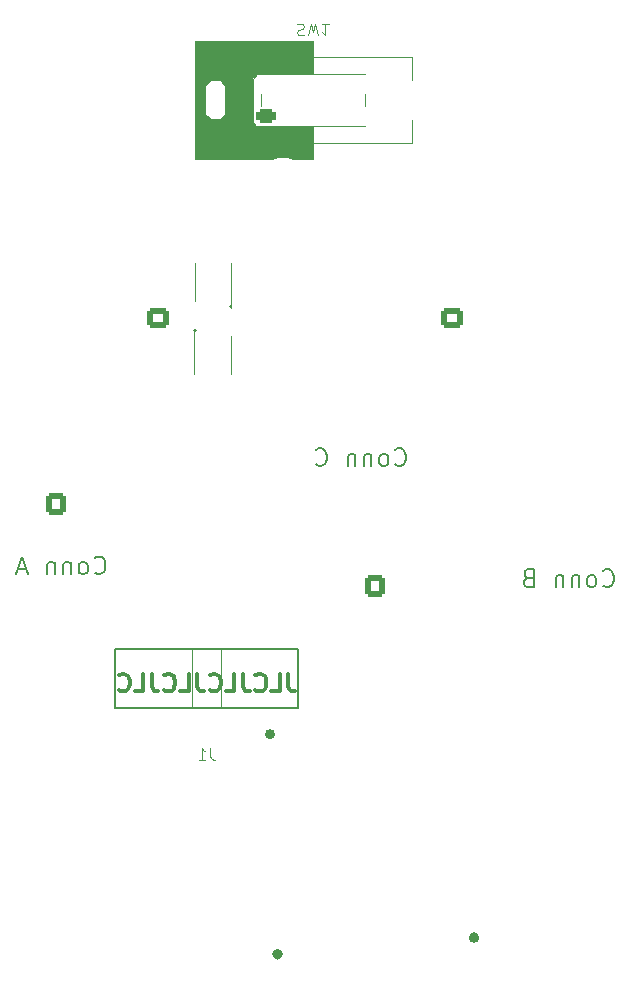
<source format=gbr>
%TF.GenerationSoftware,KiCad,Pcbnew,7.0.11*%
%TF.CreationDate,2025-06-25T00:44:36+09:00*%
%TF.ProjectId,1stLayer_Power,3173744c-6179-4657-925f-506f7765722e,rev?*%
%TF.SameCoordinates,Original*%
%TF.FileFunction,Legend,Bot*%
%TF.FilePolarity,Positive*%
%FSLAX46Y46*%
G04 Gerber Fmt 4.6, Leading zero omitted, Abs format (unit mm)*
G04 Created by KiCad (PCBNEW 7.0.11) date 2025-06-25 00:44:36*
%MOMM*%
%LPD*%
G01*
G04 APERTURE LIST*
G04 Aperture macros list*
%AMRoundRect*
0 Rectangle with rounded corners*
0 $1 Rounding radius*
0 $2 $3 $4 $5 $6 $7 $8 $9 X,Y pos of 4 corners*
0 Add a 4 corners polygon primitive as box body*
4,1,4,$2,$3,$4,$5,$6,$7,$8,$9,$2,$3,0*
0 Add four circle primitives for the rounded corners*
1,1,$1+$1,$2,$3*
1,1,$1+$1,$4,$5*
1,1,$1+$1,$6,$7*
1,1,$1+$1,$8,$9*
0 Add four rect primitives between the rounded corners*
20,1,$1+$1,$2,$3,$4,$5,0*
20,1,$1+$1,$4,$5,$6,$7,0*
20,1,$1+$1,$6,$7,$8,$9,0*
20,1,$1+$1,$8,$9,$2,$3,0*%
%AMRotRect*
0 Rectangle, with rotation*
0 The origin of the aperture is its center*
0 $1 length*
0 $2 width*
0 $3 Rotation angle, in degrees counterclockwise*
0 Add horizontal line*
21,1,$1,$2,0,0,$3*%
G04 Aperture macros list end*
%ADD10C,0.180000*%
%ADD11C,0.300000*%
%ADD12C,0.120000*%
%ADD13C,0.508000*%
%ADD14C,0.100000*%
%ADD15C,0.160000*%
%ADD16C,0.152400*%
%ADD17C,0.454000*%
%ADD18C,1.000000*%
%ADD19O,1.850000X1.700000*%
%ADD20RoundRect,0.250000X-0.675000X0.600000X-0.675000X-0.600000X0.675000X-0.600000X0.675000X0.600000X0*%
%ADD21O,1.700000X1.850000*%
%ADD22RoundRect,0.250000X0.600000X0.675000X-0.600000X0.675000X-0.600000X-0.675000X0.600000X-0.675000X0*%
%ADD23RotRect,1.000000X1.000000X352.500000*%
%ADD24R,3.800000X3.800000*%
%ADD25C,3.800000*%
%ADD26R,1.000000X1.000000*%
%ADD27C,2.000000*%
%ADD28O,1.000000X1.000000*%
%ADD29C,2.780000*%
%ADD30RotRect,1.000000X1.000000X7.500000*%
%ADD31C,0.800000*%
%ADD32C,6.400000*%
%ADD33RoundRect,0.250000X-0.600000X-0.675000X0.600000X-0.675000X0.600000X0.675000X-0.600000X0.675000X0*%
%ADD34RoundRect,0.300000X-0.550000X0.300000X-0.550000X-0.300000X0.550000X-0.300000X0.550000X0.300000X0*%
%ADD35O,1.700000X1.200000*%
%ADD36O,1.200000X2.800000*%
%ADD37R,0.400000X0.900000*%
%ADD38R,0.375000X0.900000*%
%ADD39R,0.400000X0.700000*%
%ADD40R,2.650000X2.200000*%
%ADD41R,0.375000X0.700000*%
G04 APERTURE END LIST*
D10*
X135737293Y-90374211D02*
X135808721Y-90445640D01*
X135808721Y-90445640D02*
X136023007Y-90517068D01*
X136023007Y-90517068D02*
X136165864Y-90517068D01*
X136165864Y-90517068D02*
X136380150Y-90445640D01*
X136380150Y-90445640D02*
X136523007Y-90302782D01*
X136523007Y-90302782D02*
X136594436Y-90159925D01*
X136594436Y-90159925D02*
X136665864Y-89874211D01*
X136665864Y-89874211D02*
X136665864Y-89659925D01*
X136665864Y-89659925D02*
X136594436Y-89374211D01*
X136594436Y-89374211D02*
X136523007Y-89231354D01*
X136523007Y-89231354D02*
X136380150Y-89088497D01*
X136380150Y-89088497D02*
X136165864Y-89017068D01*
X136165864Y-89017068D02*
X136023007Y-89017068D01*
X136023007Y-89017068D02*
X135808721Y-89088497D01*
X135808721Y-89088497D02*
X135737293Y-89159925D01*
X134880150Y-90517068D02*
X135023007Y-90445640D01*
X135023007Y-90445640D02*
X135094436Y-90374211D01*
X135094436Y-90374211D02*
X135165864Y-90231354D01*
X135165864Y-90231354D02*
X135165864Y-89802782D01*
X135165864Y-89802782D02*
X135094436Y-89659925D01*
X135094436Y-89659925D02*
X135023007Y-89588497D01*
X135023007Y-89588497D02*
X134880150Y-89517068D01*
X134880150Y-89517068D02*
X134665864Y-89517068D01*
X134665864Y-89517068D02*
X134523007Y-89588497D01*
X134523007Y-89588497D02*
X134451579Y-89659925D01*
X134451579Y-89659925D02*
X134380150Y-89802782D01*
X134380150Y-89802782D02*
X134380150Y-90231354D01*
X134380150Y-90231354D02*
X134451579Y-90374211D01*
X134451579Y-90374211D02*
X134523007Y-90445640D01*
X134523007Y-90445640D02*
X134665864Y-90517068D01*
X134665864Y-90517068D02*
X134880150Y-90517068D01*
X133737293Y-89517068D02*
X133737293Y-90517068D01*
X133737293Y-89659925D02*
X133665864Y-89588497D01*
X133665864Y-89588497D02*
X133523007Y-89517068D01*
X133523007Y-89517068D02*
X133308721Y-89517068D01*
X133308721Y-89517068D02*
X133165864Y-89588497D01*
X133165864Y-89588497D02*
X133094436Y-89731354D01*
X133094436Y-89731354D02*
X133094436Y-90517068D01*
X132380150Y-89517068D02*
X132380150Y-90517068D01*
X132380150Y-89659925D02*
X132308721Y-89588497D01*
X132308721Y-89588497D02*
X132165864Y-89517068D01*
X132165864Y-89517068D02*
X131951578Y-89517068D01*
X131951578Y-89517068D02*
X131808721Y-89588497D01*
X131808721Y-89588497D02*
X131737293Y-89731354D01*
X131737293Y-89731354D02*
X131737293Y-90517068D01*
X129023007Y-90374211D02*
X129094435Y-90445640D01*
X129094435Y-90445640D02*
X129308721Y-90517068D01*
X129308721Y-90517068D02*
X129451578Y-90517068D01*
X129451578Y-90517068D02*
X129665864Y-90445640D01*
X129665864Y-90445640D02*
X129808721Y-90302782D01*
X129808721Y-90302782D02*
X129880150Y-90159925D01*
X129880150Y-90159925D02*
X129951578Y-89874211D01*
X129951578Y-89874211D02*
X129951578Y-89659925D01*
X129951578Y-89659925D02*
X129880150Y-89374211D01*
X129880150Y-89374211D02*
X129808721Y-89231354D01*
X129808721Y-89231354D02*
X129665864Y-89088497D01*
X129665864Y-89088497D02*
X129451578Y-89017068D01*
X129451578Y-89017068D02*
X129308721Y-89017068D01*
X129308721Y-89017068D02*
X129094435Y-89088497D01*
X129094435Y-89088497D02*
X129023007Y-89159925D01*
X153337293Y-100624211D02*
X153408721Y-100695640D01*
X153408721Y-100695640D02*
X153623007Y-100767068D01*
X153623007Y-100767068D02*
X153765864Y-100767068D01*
X153765864Y-100767068D02*
X153980150Y-100695640D01*
X153980150Y-100695640D02*
X154123007Y-100552782D01*
X154123007Y-100552782D02*
X154194436Y-100409925D01*
X154194436Y-100409925D02*
X154265864Y-100124211D01*
X154265864Y-100124211D02*
X154265864Y-99909925D01*
X154265864Y-99909925D02*
X154194436Y-99624211D01*
X154194436Y-99624211D02*
X154123007Y-99481354D01*
X154123007Y-99481354D02*
X153980150Y-99338497D01*
X153980150Y-99338497D02*
X153765864Y-99267068D01*
X153765864Y-99267068D02*
X153623007Y-99267068D01*
X153623007Y-99267068D02*
X153408721Y-99338497D01*
X153408721Y-99338497D02*
X153337293Y-99409925D01*
X152480150Y-100767068D02*
X152623007Y-100695640D01*
X152623007Y-100695640D02*
X152694436Y-100624211D01*
X152694436Y-100624211D02*
X152765864Y-100481354D01*
X152765864Y-100481354D02*
X152765864Y-100052782D01*
X152765864Y-100052782D02*
X152694436Y-99909925D01*
X152694436Y-99909925D02*
X152623007Y-99838497D01*
X152623007Y-99838497D02*
X152480150Y-99767068D01*
X152480150Y-99767068D02*
X152265864Y-99767068D01*
X152265864Y-99767068D02*
X152123007Y-99838497D01*
X152123007Y-99838497D02*
X152051579Y-99909925D01*
X152051579Y-99909925D02*
X151980150Y-100052782D01*
X151980150Y-100052782D02*
X151980150Y-100481354D01*
X151980150Y-100481354D02*
X152051579Y-100624211D01*
X152051579Y-100624211D02*
X152123007Y-100695640D01*
X152123007Y-100695640D02*
X152265864Y-100767068D01*
X152265864Y-100767068D02*
X152480150Y-100767068D01*
X151337293Y-99767068D02*
X151337293Y-100767068D01*
X151337293Y-99909925D02*
X151265864Y-99838497D01*
X151265864Y-99838497D02*
X151123007Y-99767068D01*
X151123007Y-99767068D02*
X150908721Y-99767068D01*
X150908721Y-99767068D02*
X150765864Y-99838497D01*
X150765864Y-99838497D02*
X150694436Y-99981354D01*
X150694436Y-99981354D02*
X150694436Y-100767068D01*
X149980150Y-99767068D02*
X149980150Y-100767068D01*
X149980150Y-99909925D02*
X149908721Y-99838497D01*
X149908721Y-99838497D02*
X149765864Y-99767068D01*
X149765864Y-99767068D02*
X149551578Y-99767068D01*
X149551578Y-99767068D02*
X149408721Y-99838497D01*
X149408721Y-99838497D02*
X149337293Y-99981354D01*
X149337293Y-99981354D02*
X149337293Y-100767068D01*
X146980150Y-99981354D02*
X146765864Y-100052782D01*
X146765864Y-100052782D02*
X146694435Y-100124211D01*
X146694435Y-100124211D02*
X146623007Y-100267068D01*
X146623007Y-100267068D02*
X146623007Y-100481354D01*
X146623007Y-100481354D02*
X146694435Y-100624211D01*
X146694435Y-100624211D02*
X146765864Y-100695640D01*
X146765864Y-100695640D02*
X146908721Y-100767068D01*
X146908721Y-100767068D02*
X147480150Y-100767068D01*
X147480150Y-100767068D02*
X147480150Y-99267068D01*
X147480150Y-99267068D02*
X146980150Y-99267068D01*
X146980150Y-99267068D02*
X146837293Y-99338497D01*
X146837293Y-99338497D02*
X146765864Y-99409925D01*
X146765864Y-99409925D02*
X146694435Y-99552782D01*
X146694435Y-99552782D02*
X146694435Y-99695640D01*
X146694435Y-99695640D02*
X146765864Y-99838497D01*
X146765864Y-99838497D02*
X146837293Y-99909925D01*
X146837293Y-99909925D02*
X146980150Y-99981354D01*
X146980150Y-99981354D02*
X147480150Y-99981354D01*
X110287293Y-99524211D02*
X110358721Y-99595640D01*
X110358721Y-99595640D02*
X110573007Y-99667068D01*
X110573007Y-99667068D02*
X110715864Y-99667068D01*
X110715864Y-99667068D02*
X110930150Y-99595640D01*
X110930150Y-99595640D02*
X111073007Y-99452782D01*
X111073007Y-99452782D02*
X111144436Y-99309925D01*
X111144436Y-99309925D02*
X111215864Y-99024211D01*
X111215864Y-99024211D02*
X111215864Y-98809925D01*
X111215864Y-98809925D02*
X111144436Y-98524211D01*
X111144436Y-98524211D02*
X111073007Y-98381354D01*
X111073007Y-98381354D02*
X110930150Y-98238497D01*
X110930150Y-98238497D02*
X110715864Y-98167068D01*
X110715864Y-98167068D02*
X110573007Y-98167068D01*
X110573007Y-98167068D02*
X110358721Y-98238497D01*
X110358721Y-98238497D02*
X110287293Y-98309925D01*
X109430150Y-99667068D02*
X109573007Y-99595640D01*
X109573007Y-99595640D02*
X109644436Y-99524211D01*
X109644436Y-99524211D02*
X109715864Y-99381354D01*
X109715864Y-99381354D02*
X109715864Y-98952782D01*
X109715864Y-98952782D02*
X109644436Y-98809925D01*
X109644436Y-98809925D02*
X109573007Y-98738497D01*
X109573007Y-98738497D02*
X109430150Y-98667068D01*
X109430150Y-98667068D02*
X109215864Y-98667068D01*
X109215864Y-98667068D02*
X109073007Y-98738497D01*
X109073007Y-98738497D02*
X109001579Y-98809925D01*
X109001579Y-98809925D02*
X108930150Y-98952782D01*
X108930150Y-98952782D02*
X108930150Y-99381354D01*
X108930150Y-99381354D02*
X109001579Y-99524211D01*
X109001579Y-99524211D02*
X109073007Y-99595640D01*
X109073007Y-99595640D02*
X109215864Y-99667068D01*
X109215864Y-99667068D02*
X109430150Y-99667068D01*
X108287293Y-98667068D02*
X108287293Y-99667068D01*
X108287293Y-98809925D02*
X108215864Y-98738497D01*
X108215864Y-98738497D02*
X108073007Y-98667068D01*
X108073007Y-98667068D02*
X107858721Y-98667068D01*
X107858721Y-98667068D02*
X107715864Y-98738497D01*
X107715864Y-98738497D02*
X107644436Y-98881354D01*
X107644436Y-98881354D02*
X107644436Y-99667068D01*
X106930150Y-98667068D02*
X106930150Y-99667068D01*
X106930150Y-98809925D02*
X106858721Y-98738497D01*
X106858721Y-98738497D02*
X106715864Y-98667068D01*
X106715864Y-98667068D02*
X106501578Y-98667068D01*
X106501578Y-98667068D02*
X106358721Y-98738497D01*
X106358721Y-98738497D02*
X106287293Y-98881354D01*
X106287293Y-98881354D02*
X106287293Y-99667068D01*
X104501578Y-99238497D02*
X103787293Y-99238497D01*
X104644435Y-99667068D02*
X104144435Y-98167068D01*
X104144435Y-98167068D02*
X103644435Y-99667068D01*
D11*
X126698571Y-108088328D02*
X126698571Y-109159757D01*
X126698571Y-109159757D02*
X126770000Y-109374042D01*
X126770000Y-109374042D02*
X126912857Y-109516900D01*
X126912857Y-109516900D02*
X127127143Y-109588328D01*
X127127143Y-109588328D02*
X127270000Y-109588328D01*
X125270000Y-109588328D02*
X125984286Y-109588328D01*
X125984286Y-109588328D02*
X125984286Y-108088328D01*
X123912857Y-109445471D02*
X123984285Y-109516900D01*
X123984285Y-109516900D02*
X124198571Y-109588328D01*
X124198571Y-109588328D02*
X124341428Y-109588328D01*
X124341428Y-109588328D02*
X124555714Y-109516900D01*
X124555714Y-109516900D02*
X124698571Y-109374042D01*
X124698571Y-109374042D02*
X124770000Y-109231185D01*
X124770000Y-109231185D02*
X124841428Y-108945471D01*
X124841428Y-108945471D02*
X124841428Y-108731185D01*
X124841428Y-108731185D02*
X124770000Y-108445471D01*
X124770000Y-108445471D02*
X124698571Y-108302614D01*
X124698571Y-108302614D02*
X124555714Y-108159757D01*
X124555714Y-108159757D02*
X124341428Y-108088328D01*
X124341428Y-108088328D02*
X124198571Y-108088328D01*
X124198571Y-108088328D02*
X123984285Y-108159757D01*
X123984285Y-108159757D02*
X123912857Y-108231185D01*
X122841428Y-108088328D02*
X122841428Y-109159757D01*
X122841428Y-109159757D02*
X122912857Y-109374042D01*
X122912857Y-109374042D02*
X123055714Y-109516900D01*
X123055714Y-109516900D02*
X123270000Y-109588328D01*
X123270000Y-109588328D02*
X123412857Y-109588328D01*
X121412857Y-109588328D02*
X122127143Y-109588328D01*
X122127143Y-109588328D02*
X122127143Y-108088328D01*
X120055714Y-109445471D02*
X120127142Y-109516900D01*
X120127142Y-109516900D02*
X120341428Y-109588328D01*
X120341428Y-109588328D02*
X120484285Y-109588328D01*
X120484285Y-109588328D02*
X120698571Y-109516900D01*
X120698571Y-109516900D02*
X120841428Y-109374042D01*
X120841428Y-109374042D02*
X120912857Y-109231185D01*
X120912857Y-109231185D02*
X120984285Y-108945471D01*
X120984285Y-108945471D02*
X120984285Y-108731185D01*
X120984285Y-108731185D02*
X120912857Y-108445471D01*
X120912857Y-108445471D02*
X120841428Y-108302614D01*
X120841428Y-108302614D02*
X120698571Y-108159757D01*
X120698571Y-108159757D02*
X120484285Y-108088328D01*
X120484285Y-108088328D02*
X120341428Y-108088328D01*
X120341428Y-108088328D02*
X120127142Y-108159757D01*
X120127142Y-108159757D02*
X120055714Y-108231185D01*
X118984285Y-108088328D02*
X118984285Y-109159757D01*
X118984285Y-109159757D02*
X119055714Y-109374042D01*
X119055714Y-109374042D02*
X119198571Y-109516900D01*
X119198571Y-109516900D02*
X119412857Y-109588328D01*
X119412857Y-109588328D02*
X119555714Y-109588328D01*
X117555714Y-109588328D02*
X118270000Y-109588328D01*
X118270000Y-109588328D02*
X118270000Y-108088328D01*
X116198571Y-109445471D02*
X116269999Y-109516900D01*
X116269999Y-109516900D02*
X116484285Y-109588328D01*
X116484285Y-109588328D02*
X116627142Y-109588328D01*
X116627142Y-109588328D02*
X116841428Y-109516900D01*
X116841428Y-109516900D02*
X116984285Y-109374042D01*
X116984285Y-109374042D02*
X117055714Y-109231185D01*
X117055714Y-109231185D02*
X117127142Y-108945471D01*
X117127142Y-108945471D02*
X117127142Y-108731185D01*
X117127142Y-108731185D02*
X117055714Y-108445471D01*
X117055714Y-108445471D02*
X116984285Y-108302614D01*
X116984285Y-108302614D02*
X116841428Y-108159757D01*
X116841428Y-108159757D02*
X116627142Y-108088328D01*
X116627142Y-108088328D02*
X116484285Y-108088328D01*
X116484285Y-108088328D02*
X116269999Y-108159757D01*
X116269999Y-108159757D02*
X116198571Y-108231185D01*
X115127142Y-108088328D02*
X115127142Y-109159757D01*
X115127142Y-109159757D02*
X115198571Y-109374042D01*
X115198571Y-109374042D02*
X115341428Y-109516900D01*
X115341428Y-109516900D02*
X115555714Y-109588328D01*
X115555714Y-109588328D02*
X115698571Y-109588328D01*
X113698571Y-109588328D02*
X114412857Y-109588328D01*
X114412857Y-109588328D02*
X114412857Y-108088328D01*
X112341428Y-109445471D02*
X112412856Y-109516900D01*
X112412856Y-109516900D02*
X112627142Y-109588328D01*
X112627142Y-109588328D02*
X112769999Y-109588328D01*
X112769999Y-109588328D02*
X112984285Y-109516900D01*
X112984285Y-109516900D02*
X113127142Y-109374042D01*
X113127142Y-109374042D02*
X113198571Y-109231185D01*
X113198571Y-109231185D02*
X113269999Y-108945471D01*
X113269999Y-108945471D02*
X113269999Y-108731185D01*
X113269999Y-108731185D02*
X113198571Y-108445471D01*
X113198571Y-108445471D02*
X113127142Y-108302614D01*
X113127142Y-108302614D02*
X112984285Y-108159757D01*
X112984285Y-108159757D02*
X112769999Y-108088328D01*
X112769999Y-108088328D02*
X112627142Y-108088328D01*
X112627142Y-108088328D02*
X112412856Y-108159757D01*
X112412856Y-108159757D02*
X112341428Y-108231185D01*
D12*
X127436667Y-53101240D02*
X127579524Y-53053620D01*
X127579524Y-53053620D02*
X127817619Y-53053620D01*
X127817619Y-53053620D02*
X127912857Y-53101240D01*
X127912857Y-53101240D02*
X127960476Y-53148859D01*
X127960476Y-53148859D02*
X128008095Y-53244097D01*
X128008095Y-53244097D02*
X128008095Y-53339335D01*
X128008095Y-53339335D02*
X127960476Y-53434573D01*
X127960476Y-53434573D02*
X127912857Y-53482192D01*
X127912857Y-53482192D02*
X127817619Y-53529811D01*
X127817619Y-53529811D02*
X127627143Y-53577430D01*
X127627143Y-53577430D02*
X127531905Y-53625049D01*
X127531905Y-53625049D02*
X127484286Y-53672668D01*
X127484286Y-53672668D02*
X127436667Y-53767906D01*
X127436667Y-53767906D02*
X127436667Y-53863144D01*
X127436667Y-53863144D02*
X127484286Y-53958382D01*
X127484286Y-53958382D02*
X127531905Y-54006001D01*
X127531905Y-54006001D02*
X127627143Y-54053620D01*
X127627143Y-54053620D02*
X127865238Y-54053620D01*
X127865238Y-54053620D02*
X128008095Y-54006001D01*
X128341429Y-54053620D02*
X128579524Y-53053620D01*
X128579524Y-53053620D02*
X128770000Y-53767906D01*
X128770000Y-53767906D02*
X128960476Y-53053620D01*
X128960476Y-53053620D02*
X129198572Y-54053620D01*
X130103333Y-53053620D02*
X129531905Y-53053620D01*
X129817619Y-53053620D02*
X129817619Y-54053620D01*
X129817619Y-54053620D02*
X129722381Y-53910763D01*
X129722381Y-53910763D02*
X129627143Y-53815525D01*
X129627143Y-53815525D02*
X129531905Y-53767906D01*
X120103333Y-114366379D02*
X120103333Y-115080664D01*
X120103333Y-115080664D02*
X120150952Y-115223521D01*
X120150952Y-115223521D02*
X120246190Y-115318760D01*
X120246190Y-115318760D02*
X120389047Y-115366379D01*
X120389047Y-115366379D02*
X120484285Y-115366379D01*
X119103333Y-115366379D02*
X119674761Y-115366379D01*
X119389047Y-115366379D02*
X119389047Y-114366379D01*
X119389047Y-114366379D02*
X119484285Y-114509236D01*
X119484285Y-114509236D02*
X119579523Y-114604474D01*
X119579523Y-114604474D02*
X119674761Y-114652093D01*
D13*
%TO.C,J2*%
X125978762Y-131839679D02*
G75*
G03*
X125578762Y-131839679I-200000J0D01*
G01*
X125578762Y-131839679D02*
G75*
G03*
X125978762Y-131839679I200000J0D01*
G01*
%TO.C,J3*%
X142617289Y-130436784D02*
G75*
G03*
X142217289Y-130436784I-200000J0D01*
G01*
X142217289Y-130436784D02*
G75*
G03*
X142617289Y-130436784I200000J0D01*
G01*
D12*
%TO.C,SW1*%
X137170000Y-55860000D02*
X137170000Y-57810000D01*
X120370000Y-55860000D02*
X137170000Y-55860000D01*
X120370000Y-55860000D02*
X120370000Y-57810000D01*
D14*
X133170000Y-57310000D02*
X128770000Y-57310000D01*
X133170000Y-59010000D02*
X133170000Y-60010000D01*
X124370000Y-59010000D02*
X124370000Y-60010000D01*
X128770000Y-61710000D02*
X133170000Y-61710000D01*
D12*
X137170000Y-63160000D02*
X137170000Y-61210000D01*
X120370000Y-63160000D02*
X120370000Y-61210000D01*
X120370000Y-63160000D02*
X137170000Y-63160000D01*
D14*
X128770000Y-57310000D02*
X124070000Y-57310000D01*
X123670000Y-57710000D01*
X123670000Y-59510000D01*
X121370000Y-59510000D01*
X121370000Y-58310000D01*
X120920000Y-57860000D01*
X120120000Y-57860000D01*
X119670000Y-58310000D01*
X119670000Y-59510000D01*
X118770000Y-59510000D01*
X118770000Y-54510000D01*
X128770000Y-54510000D01*
X128770000Y-57310000D01*
G36*
X128770000Y-57310000D02*
G01*
X124070000Y-57310000D01*
X123670000Y-57710000D01*
X123670000Y-59510000D01*
X121370000Y-59510000D01*
X121370000Y-58310000D01*
X120920000Y-57860000D01*
X120120000Y-57860000D01*
X119670000Y-58310000D01*
X119670000Y-59510000D01*
X118770000Y-59510000D01*
X118770000Y-54510000D01*
X128770000Y-54510000D01*
X128770000Y-57310000D01*
G37*
X119670000Y-60710000D02*
X120120000Y-61160000D01*
X120920000Y-61160000D01*
X121370000Y-60710000D01*
X121370000Y-59510000D01*
X123670000Y-59510000D01*
X123670000Y-61410000D01*
X123970000Y-61710000D01*
X128770000Y-61710000D01*
X128770000Y-64510000D01*
X118770000Y-64510000D01*
X118770000Y-59510000D01*
X119670000Y-59510000D01*
X119670000Y-60710000D01*
G36*
X119670000Y-60710000D02*
G01*
X120120000Y-61160000D01*
X120920000Y-61160000D01*
X121370000Y-60710000D01*
X121370000Y-59510000D01*
X123670000Y-59510000D01*
X123670000Y-61410000D01*
X123970000Y-61710000D01*
X128770000Y-61710000D01*
X128770000Y-64510000D01*
X118770000Y-64510000D01*
X118770000Y-59510000D01*
X119670000Y-59510000D01*
X119670000Y-60710000D01*
G37*
%TO.C,Q4*%
X118746500Y-82680000D02*
X118746500Y-78910000D01*
X121846500Y-82680000D02*
X121846500Y-79486000D01*
D15*
X118876500Y-79010000D02*
G75*
G03*
X118716500Y-79010000I-80000J0D01*
G01*
X118716500Y-79010000D02*
G75*
G03*
X118876500Y-79010000I80000J0D01*
G01*
D14*
%TO.C,Q6*%
X121870000Y-73350000D02*
X121870000Y-77120000D01*
X118770000Y-73350000D02*
X118770000Y-76544000D01*
D15*
X121900000Y-77020000D02*
G75*
G03*
X121740000Y-77020000I-80000J0D01*
G01*
X121740000Y-77020000D02*
G75*
G03*
X121900000Y-77020000I80000J0D01*
G01*
D16*
%TO.C,J1*%
X127520000Y-111009999D02*
X112020000Y-111009999D01*
X112017000Y-111009200D02*
X112020000Y-106009999D01*
X112020000Y-106009999D02*
X127520000Y-106009999D01*
D12*
X118570000Y-106009999D02*
X118570000Y-111009999D01*
X120970000Y-106009999D02*
X120970000Y-111009999D01*
D16*
X127520000Y-106009999D02*
X127520000Y-111009200D01*
D17*
X125371000Y-113209999D02*
G75*
G03*
X124917000Y-113209999I-227000J0D01*
G01*
X124917000Y-113209999D02*
G75*
G03*
X125371000Y-113209999I227000J0D01*
G01*
%TD*%
%LPC*%
D18*
%TO.C,H12*%
X152270000Y-89610000D03*
%TD*%
%TO.C,H17*%
X144770000Y-90810000D03*
%TD*%
D19*
%TO.C,J5*%
X140570000Y-80460000D03*
D20*
X140570000Y-77960000D03*
%TD*%
D21*
%TO.C,J8*%
X104520000Y-93760000D03*
D22*
X107020000Y-93760000D03*
%TD*%
D23*
%TO.C,J2*%
X124228142Y-131635536D03*
D18*
X124062374Y-132894671D03*
X122969007Y-131469768D03*
X122803239Y-132728903D03*
X121709872Y-131303999D03*
X121544104Y-132563134D03*
X120450737Y-131138231D03*
X120284969Y-132397366D03*
X119191602Y-130972463D03*
X119025834Y-132231598D03*
X117932467Y-130806694D03*
X117766699Y-132065829D03*
X116673332Y-130640926D03*
X116507564Y-131900061D03*
%TD*%
%TO.C,H20*%
X100770000Y-89410000D03*
%TD*%
%TO.C,H10*%
X116770000Y-89410000D03*
%TD*%
%TO.C,H6*%
X108770000Y-89410000D03*
%TD*%
D20*
%TO.C,J6*%
X115670000Y-77960000D03*
D19*
X115670000Y-80460000D03*
%TD*%
D24*
%TO.C,J4*%
X131270000Y-66310000D03*
D25*
X126270000Y-66310000D03*
%TD*%
D18*
%TO.C,H16*%
X146270000Y-89610000D03*
%TD*%
%TO.C,H18*%
X143270000Y-89610000D03*
%TD*%
%TO.C,H4*%
X104770000Y-89410000D03*
%TD*%
D26*
%TO.C,H3*%
X102770000Y-89410000D03*
%TD*%
D18*
%TO.C,H22*%
X142270000Y-100010000D03*
%TD*%
%TO.C,H8*%
X112770000Y-89410000D03*
%TD*%
D27*
%TO.C,TP2*%
X137170000Y-73860000D03*
%TD*%
D18*
%TO.C,H7*%
X110770000Y-89410000D03*
%TD*%
D26*
%TO.C,H19*%
X98770000Y-89410000D03*
%TD*%
D18*
%TO.C,H14*%
X149270000Y-89610000D03*
%TD*%
D26*
%TO.C,J11*%
X148094920Y-109395000D03*
D28*
X148094920Y-110665000D03*
X148094920Y-111935000D03*
X148094920Y-113205000D03*
X148094920Y-114475000D03*
X148094920Y-115745000D03*
X148094920Y-117015000D03*
X148094920Y-118285000D03*
X148094920Y-119555000D03*
X148094920Y-120825000D03*
%TD*%
D18*
%TO.C,H15*%
X147770000Y-90810000D03*
%TD*%
%TO.C,H9*%
X114770000Y-89410000D03*
%TD*%
D26*
%TO.C,H21*%
X144270000Y-100010000D03*
%TD*%
D18*
%TO.C,H13*%
X150770000Y-90810000D03*
%TD*%
D29*
%TO.C,F2*%
X133730000Y-81260000D03*
X133730000Y-77860000D03*
X123810000Y-81260000D03*
X123810000Y-77860000D03*
%TD*%
D30*
%TO.C,J3*%
X140866669Y-130640927D03*
D18*
X141032437Y-131900062D03*
X139607534Y-130806695D03*
X139773302Y-132065830D03*
X138348399Y-130972464D03*
X138514167Y-132231599D03*
X137089264Y-131138232D03*
X137255032Y-132397367D03*
X135830129Y-131304000D03*
X135995897Y-132563135D03*
X134570994Y-131469769D03*
X134736762Y-132728904D03*
X133311859Y-131635537D03*
X133477627Y-132894672D03*
%TD*%
D27*
%TO.C,TP1*%
X143470000Y-72410000D03*
%TD*%
D18*
%TO.C,H5*%
X106770000Y-89410000D03*
%TD*%
D31*
%TO.C,H2*%
X116822000Y-68910000D03*
X117524944Y-67212944D03*
X117524944Y-70607056D03*
X119222000Y-66510000D03*
D32*
X119222000Y-68910000D03*
D31*
X119222000Y-71310000D03*
X120919056Y-67212944D03*
X120919056Y-70607056D03*
X121622000Y-68910000D03*
%TD*%
D21*
%TO.C,J9*%
X136520000Y-100660000D03*
D33*
X134020000Y-100660000D03*
%TD*%
D31*
%TO.C,H1*%
X135920000Y-68910000D03*
X136622944Y-67212944D03*
X136622944Y-70607056D03*
X138320000Y-66510000D03*
D32*
X138320000Y-68910000D03*
D31*
X138320000Y-71310000D03*
X140017056Y-67212944D03*
X140017056Y-70607056D03*
X140720000Y-68910000D03*
%TD*%
D26*
%TO.C,H11*%
X153770000Y-90810000D03*
%TD*%
D34*
%TO.C,SW1*%
X124770000Y-60860000D03*
D35*
X128770000Y-60860000D03*
X132770000Y-60860000D03*
X124770000Y-58160000D03*
X128770000Y-58160000D03*
X132770000Y-58160000D03*
D36*
X137020000Y-59510000D03*
X120520000Y-59510000D03*
%TD*%
D37*
%TO.C,Q4*%
X119321500Y-79260000D03*
X119971500Y-79260000D03*
D38*
X120609000Y-79260000D03*
D37*
X121271500Y-79260000D03*
D39*
X119321500Y-82860000D03*
X119971500Y-82860000D03*
D40*
X120296500Y-81410000D03*
D41*
X120609000Y-82860000D03*
D39*
X121271500Y-82860000D03*
%TD*%
D37*
%TO.C,Q6*%
X121295000Y-76770000D03*
X120645000Y-76770000D03*
D38*
X120007500Y-76770000D03*
D37*
X119345000Y-76770000D03*
D39*
X121295000Y-73170000D03*
X120645000Y-73170000D03*
D40*
X120320000Y-74620000D03*
D41*
X120007500Y-73170000D03*
D39*
X119345000Y-73170000D03*
%TD*%
D26*
%TO.C,J1*%
X123580000Y-113209999D03*
D18*
X123580000Y-111939999D03*
X122310000Y-113209999D03*
X122310000Y-111939999D03*
X121040000Y-113209999D03*
X121040000Y-111939999D03*
X119770000Y-113209999D03*
X119770000Y-111939999D03*
X118500000Y-113209999D03*
X118500000Y-111939999D03*
X117230000Y-113209999D03*
X117230000Y-111939999D03*
X115960000Y-113209999D03*
X115960000Y-111939999D03*
%TD*%
%LPD*%
M02*

</source>
